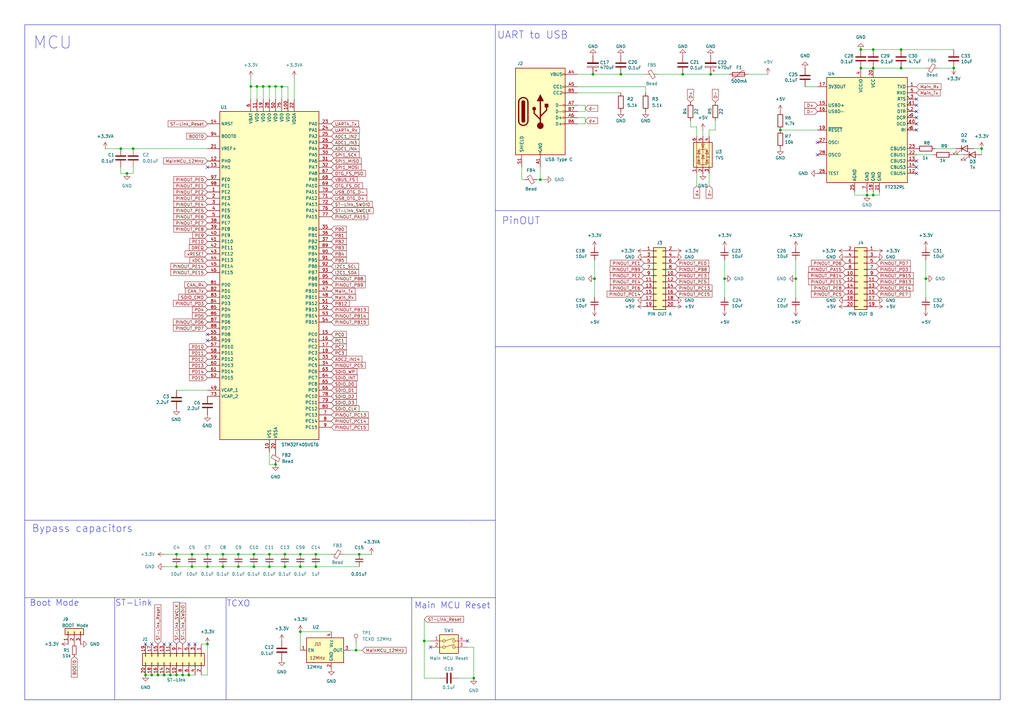
<source format=kicad_sch>
(kicad_sch (version 20250114) (generator "eeschema") (generator_version "9.0")
  (paper "A3")
  (title_block (title "MCU") (date "2025-09-16") (rev "2.0") (company "Robotics"))
  (text "UART to USB" (at 203.835 16.256 0) (effects (font (size 3 3)) (justify left bottom)))
  (text "Bypass capacitors" (at 33.782 216.916 0) (effects (font (size 3 3))))
  (text "TCXO" (at 97.79 247.65 0) (effects (font (size 2.54 2.54))))
  (text "MCU" (at 13.462 20.574 0) (effects (font (size 5 5)) (justify left bottom)))
  (text "Main MCU Reset" (at 169.926 249.936 0) (effects (font (size 2.54 2.54)) (justify left bottom)))
  (text "Boot Mode" (at 22.352 247.396 0) (effects (font (size 2.54 2.54))))
  (text "ST-Link" (at 54.864 247.396 0) (effects (font (size 2.54 2.54))))
  (text "PinOUT" (at 205.74 92.456 0) (effects (font (size 3 3)) (justify left bottom)))
  (junction (at 391.16 27.94))
  (junction (at 110.49 232.41))
  (junction (at 54.61 60.96))
  (junction (at 74.93 276.86))
  (junction (at 91.44 227.33))
  (junction (at 85.09 232.41))
  (junction (at 146.05 266.7))
  (junction (at 97.79 232.41))
  (junction (at 353.06 20.32))
  (junction (at 358.14 20.32))
  (junction (at 129.54 232.41))
  (junction (at 72.39 276.86))
  (junction (at 402.59 60.96))
  (junction (at 104.14 227.33))
  (junction (at 123.19 232.41))
  (junction (at 123.19 259.08))
  (junction (at 115.57 35.56))
  (junction (at 77.47 276.86))
  (junction (at 91.44 232.41))
  (junction (at 107.95 35.4583))
  (junction (at 291.465 30.48))
  (junction (at 116.84 227.33))
  (junction (at 129.54 227.33))
  (junction (at 78.74 232.41))
  (junction (at 62.23 276.86))
  (junction (at 297.18 114.3))
  (junction (at 97.79 227.33))
  (junction (at 123.19 227.33))
  (junction (at 221.615 73.66))
  (junction (at 113.03 35.4583))
  (junction (at 243.84 114.3))
  (junction (at 320.04 53.34))
  (junction (at 85.09 264.16))
  (junction (at 110.49 227.33))
  (junction (at 72.39 227.33))
  (junction (at 85.09 227.33))
  (junction (at 358.14 27.94))
  (junction (at 280.035 30.48))
  (junction (at 379.73 114.3))
  (junction (at 110.49 35.4583))
  (junction (at 353.06 27.94))
  (junction (at 59.69 276.86))
  (junction (at 52.07 71.12))
  (junction (at 173.99 262.89))
  (junction (at 49.53 60.96))
  (junction (at 69.85 276.86))
  (junction (at 243.205 30.48))
  (junction (at 78.74 227.33))
  (junction (at 194.31 278.13))
  (junction (at 254.635 30.48))
  (junction (at 104.14 232.41))
  (junction (at 67.31 276.86))
  (junction (at 72.39 232.41))
  (junction (at 116.84 232.41))
  (junction (at 102.87 35.4583))
  (junction (at 105.41 35.4583))
  (junction (at 369.57 20.32))
  (junction (at 369.57 27.94))
  (junction (at 358.14 80.01))
  (junction (at 147.32 227.33))
  (junction (at 355.6 80.01))
  (junction (at 326.39 114.3))
  (junction (at 113.03 190.5))
  (junction (at 64.77 276.86))
  (no_connect (at 375.92 50.8))
  (no_connect (at 375.92 43.18))
  (no_connect (at 85.09 68.58))
  (no_connect (at 375.92 48.26))
  (no_connect (at 375.92 40.64))
  (no_connect (at 85.09 137.16))
  (no_connect (at 59.69 264.16))
  (no_connect (at 375.92 45.72))
  (no_connect (at 335.28 58.42))
  (no_connect (at 191.77 262.89))
  (no_connect (at 375.92 53.34))
  (no_connect (at 67.31 264.16))
  (no_connect (at 77.47 264.16))
  (no_connect (at 176.53 265.43))
  (no_connect (at 62.23 264.16))
  (no_connect (at 375.92 66.04))
  (no_connect (at 85.09 139.7))
  (no_connect (at 335.28 63.5))
  (no_connect (at 69.85 264.16))
  (no_connect (at 375.92 71.12))
  (no_connect (at 375.92 68.58))
  (no_connect (at 80.01 264.16))
  (wire (pts (xy 115.57 35.56) (xy 118.11 35.56)))
  (wire (pts (xy 110.49 35.4583) (xy 113.03 35.4583)))
  (wire (pts (xy 67.31 232.41) (xy 72.39 232.41)))
  (wire (pts (xy 290.83 53.34) (xy 290.83 55.88)))
  (wire (pts (xy 358.14 80.01) (xy 360.68 80.01)))
  (wire (pts (xy 213.995 73.66) (xy 213.995 68.58)))
  (wire (pts (xy 113.03 35.4583) (xy 113.03 40.64)))
  (polyline (pts (xy 10.16 287.02) (xy 410.21 287.02)))
  (polyline (pts (xy 193.04 214.63) (xy 193.04 214.63)))
  (wire (pts (xy 72.39 227.33) (xy 78.74 227.33)))
  (wire (pts (xy 110.49 185.42) (xy 110.49 190.5)))
  (wire (pts (xy 353.06 27.94) (xy 358.14 27.94)))
  (wire (pts (xy 129.54 227.33) (xy 135.89 227.33)))
  (wire (pts (xy 116.84 232.41) (xy 123.19 232.41)))
  (wire (pts (xy 110.49 35.4583) (xy 110.49 40.64)))
  (wire (pts (xy 147.32 227.33) (xy 152.4 227.33)))
  (wire (pts (xy 187.96 278.13) (xy 194.31 278.13)))
  (wire (pts (xy 215.265 73.66) (xy 213.995 73.66)))
  (wire (pts (xy 54.61 60.96) (xy 85.09 60.96)))
  (wire (pts (xy 115.57 35.56) (xy 115.57 40.64)))
  (polyline (pts (xy 168.91 245.11) (xy 168.91 284.48)))
  (wire (pts (xy 107.95 35.4583) (xy 107.95 40.64)))
  (polyline (pts (xy 168.91 245.11) (xy 203.2 245.11)))
  (wire (pts (xy 236.855 43.18) (xy 240.03 43.18)))
  (wire (pts (xy 297.18 114.3) (xy 297.18 106.68)))
  (wire (pts (xy 64.77 276.86) (xy 67.31 276.86)))
  (wire (pts (xy 221.615 73.66) (xy 221.615 68.58)))
  (wire (pts (xy 85.09 264.16) (xy 85.09 276.86)))
  (wire (pts (xy 288.29 53.34) (xy 288.29 55.88)))
  (wire (pts (xy 382.905 63.5) (xy 375.92 63.5)))
  (wire (pts (xy 110.49 232.41) (xy 116.84 232.41)))
  (wire (pts (xy 62.23 276.86) (xy 64.77 276.86)))
  (wire (pts (xy 355.6 80.01) (xy 358.14 80.01)))
  (wire (pts (xy 240.03 45.72) (xy 236.855 45.72)))
  (wire (pts (xy 243.205 30.48) (xy 254.635 30.48)))
  (wire (pts (xy 107.95 35.4583) (xy 110.49 35.4583)))
  (wire (pts (xy 148.59 266.7) (xy 146.05 266.7)))
  (wire (pts (xy 369.57 20.32) (xy 391.16 20.32)))
  (wire (pts (xy 350.52 80.01) (xy 355.6 80.01)))
  (wire (pts (xy 116.84 227.33) (xy 123.19 227.33)))
  (wire (pts (xy 236.855 38.1) (xy 254.635 38.1)))
  (wire (pts (xy 78.74 232.41) (xy 85.09 232.41)))
  (wire (pts (xy 105.41 35.4583) (xy 107.95 35.4583)))
  (polyline (pts (xy 92.71 245.11) (xy 92.71 284.48)))
  (wire (pts (xy 379.73 114.3) (xy 379.73 106.68)))
  (wire (pts (xy 123.19 227.33) (xy 129.54 227.33)))
  (wire (pts (xy 285.75 55.88) (xy 285.75 52.07)))
  (wire (pts (xy 285.75 52.07) (xy 283.21 52.07)))
  (wire (pts (xy 146.05 264.16) (xy 146.05 266.7)))
  (wire (pts (xy 110.49 227.33) (xy 116.84 227.33)))
  (wire (pts (xy 358.14 27.94) (xy 369.57 27.94)))
  (wire (pts (xy 173.99 262.89) (xy 173.99 278.13)))
  (wire (pts (xy 72.39 232.41) (xy 78.74 232.41)))
  (wire (pts (xy 72.39 160.02) (xy 85.09 160.02)))
  (polyline (pts (xy 410.21 10.16) (xy 410.21 287.02)))
  (wire (pts (xy 240.03 48.26) (xy 240.03 50.8)))
  (wire (pts (xy 194.31 265.43) (xy 191.77 265.43)))
  (wire (pts (xy 97.79 232.41) (xy 104.14 232.41)))
  (wire (pts (xy 240.03 43.18) (xy 240.03 45.72)))
  (wire (pts (xy 85.09 227.33) (xy 91.44 227.33)))
  (wire (pts (xy 67.31 276.86) (xy 69.85 276.86)))
  (wire (pts (xy 283.21 52.07) (xy 283.21 49.53)))
  (wire (pts (xy 59.69 276.86) (xy 62.23 276.86)))
  (wire (pts (xy 358.14 78.74) (xy 358.14 80.01)))
  (wire (pts (xy 399.415 60.96) (xy 402.59 60.96)))
  (wire (pts (xy 67.31 227.33) (xy 72.39 227.33)))
  (wire (pts (xy 358.14 20.32) (xy 369.57 20.32)))
  (wire (pts (xy 243.84 114.3) (xy 243.84 121.92)))
  (polyline (pts (xy 203.2 10.16) (xy 203.2 245.11)))
  (wire (pts (xy 240.03 50.8) (xy 236.855 50.8)))
  (wire (pts (xy 330.2 35.56) (xy 335.28 35.56)))
  (wire (pts (xy 326.39 114.3) (xy 326.39 106.68)))
  (wire (pts (xy 353.06 20.32) (xy 358.14 20.32)))
  (wire (pts (xy 236.855 48.26) (xy 240.03 48.26)))
  (wire (pts (xy 350.52 78.74) (xy 350.52 80.01)))
  (polyline (pts (xy 203.2 142.24) (xy 410.21 142.24)))
  (wire (pts (xy 146.05 266.7) (xy 143.51 266.7)))
  (wire (pts (xy 254.635 30.48) (xy 264.795 30.48)))
  (wire (pts (xy 173.99 278.13) (xy 180.34 278.13)))
  (wire (pts (xy 102.87 35.4583) (xy 105.41 35.4583)))
  (wire (pts (xy 43.18 60.96) (xy 49.53 60.96)))
  (wire (pts (xy 123.19 259.08) (xy 135.89 259.08)))
  (wire (pts (xy 82.55 264.16) (xy 85.09 264.16)))
  (wire (pts (xy 194.31 265.43) (xy 194.31 278.13)))
  (wire (pts (xy 74.93 276.86) (xy 77.47 276.86)))
  (wire (pts (xy 69.85 276.86) (xy 72.39 276.86)))
  (wire (pts (xy 102.87 35.4583) (xy 102.87 40.64)))
  (polyline (pts (xy 92.71 284.48) (xy 92.71 287.02)))
  (wire (pts (xy 77.47 276.86) (xy 80.01 276.86)))
  (wire (pts (xy 97.79 227.33) (xy 104.14 227.33)))
  (wire (pts (xy 220.345 73.66) (xy 221.615 73.66)))
  (wire (pts (xy 123.19 266.7) (xy 123.19 259.08)))
  (wire (pts (xy 320.04 53.34) (xy 335.28 53.34)))
  (wire (pts (xy 52.07 71.12) (xy 49.53 71.12)))
  (polyline (pts (xy 10.16 10.16) (xy 10.16 287.02)))
  (wire (pts (xy 221.615 73.66) (xy 223.52 73.66)))
  (wire (pts (xy 118.11 35.56) (xy 118.11 40.64)))
  (wire (pts (xy 306.705 30.48) (xy 314.96 30.48)))
  (wire (pts (xy 390.525 63.5) (xy 394.97 63.5)))
  (wire (pts (xy 85.09 276.86) (xy 82.55 276.86)))
  (polyline (pts (xy 168.91 284.48) (xy 168.91 287.02)))
  (wire (pts (xy 129.54 232.41) (xy 147.32 232.41)))
  (wire (pts (xy 115.57 35.4583) (xy 115.57 35.56)))
  (wire (pts (xy 173.99 254) (xy 173.99 262.89)))
  (wire (pts (xy 269.875 30.48) (xy 280.035 30.48)))
  (wire (pts (xy 402.59 60.96) (xy 402.59 63.5)))
  (wire (pts (xy 383.54 60.96) (xy 391.795 60.96)))
  (wire (pts (xy 243.84 114.3) (xy 243.84 106.68)))
  (polyline (pts (xy 355.6 86.36) (xy 410.21 86.36)))
  (wire (pts (xy 290.83 71.12) (xy 290.83 76.2)))
  (wire (pts (xy 49.53 60.96) (xy 54.61 60.96)))
  (polyline (pts (xy 10.16 245.11) (xy 168.91 245.11)))
  (wire (pts (xy 285.75 71.12) (xy 285.75 76.2)))
  (wire (pts (xy 104.14 227.33) (xy 110.49 227.33)))
  (wire (pts (xy 113.03 35.4583) (xy 115.57 35.4583)))
  (wire (pts (xy 280.035 30.48) (xy 291.465 30.48)))
  (wire (pts (xy 78.74 227.33) (xy 85.09 227.33)))
  (wire (pts (xy 379.73 114.3) (xy 379.73 121.92)))
  (wire (pts (xy 123.19 232.41) (xy 129.54 232.41)))
  (wire (pts (xy 293.37 49.53) (xy 293.37 53.34)))
  (wire (pts (xy 297.18 114.3) (xy 297.18 121.92)))
  (wire (pts (xy 236.855 35.56) (xy 264.795 35.56)))
  (wire (pts (xy 110.49 190.5) (xy 113.03 190.5)))
  (wire (pts (xy 49.53 68.58) (xy 49.53 71.12)))
  (wire (pts (xy 54.61 68.58) (xy 54.61 71.12)))
  (wire (pts (xy 326.39 114.3) (xy 326.39 121.92)))
  (wire (pts (xy 54.61 71.12) (xy 52.07 71.12)))
  (polyline (pts (xy 46.99 284.48) (xy 46.99 245.11)))
  (wire (pts (xy 173.99 262.89) (xy 176.53 262.89)))
  (wire (pts (xy 104.14 232.41) (xy 110.49 232.41)))
  (polyline (pts (xy 10.16 213.36) (xy 203.2 213.36)))
  (wire (pts (xy 355.6 78.74) (xy 355.6 80.01)))
  (wire (pts (xy 72.39 276.86) (xy 74.93 276.86)))
  (polyline (pts (xy 46.99 284.48) (xy 46.99 287.02)))
  (wire (pts (xy 140.97 227.33) (xy 147.32 227.33)))
  (wire (pts (xy 264.795 35.56) (xy 264.795 38.1)))
  (wire (pts (xy 291.465 30.48) (xy 299.085 30.48)))
  (wire (pts (xy 360.68 80.01) (xy 360.68 78.74)))
  (polyline (pts (xy 10.16 10.16) (xy 410.21 10.16)))
  (wire (pts (xy 120.65 31.75) (xy 120.65 40.64)))
  (wire (pts (xy 105.41 35.4583) (xy 105.41 40.64)))
  (wire (pts (xy 85.09 232.41) (xy 91.44 232.41)))
  (wire (pts (xy 236.855 30.48) (xy 243.205 30.48)))
  (wire (pts (xy 91.44 227.33) (xy 97.79 227.33)))
  (wire (pts (xy 369.57 27.94) (xy 379.73 27.94)))
  (polyline (pts (xy 203.2 245.11) (xy 203.2 287.02)))
  (wire (pts (xy 91.44 232.41) (xy 97.79 232.41)))
  (wire (pts (xy 102.87 31.75) (xy 102.87 35.4583)))
  (polyline (pts (xy 203.2 86.36) (xy 355.6 86.36)))
  (wire (pts (xy 384.81 27.94) (xy 391.16 27.94)))
  (wire (pts (xy 293.37 53.34) (xy 290.83 53.34)))
  (global_label "OTG_FS_PSO" (shape input) (at 135.89 71.12 0) (property "Intersheetrefs" "${INTERSHEET_REFS}" (effects (hide yes))))
  (global_label "CAN_Rx" (shape input) (at 85.09 116.84 180) (property "Intersheetrefs" "${INTERSHEET_REFS}" (effects (hide yes))))
  (global_label "PC2" (shape input) (at 135.89 142.24 0) (effects (font (thickness 0.1588))) (property "Intersheetrefs" "${INTERSHEET_REFS}" (effects (hide yes))))
  (global_label "D+" (shape input) (at 335.28 43.18 180) (property "Intersheetrefs" "${INTERSHEET_REFS}" (effects (hide yes))))
  (global_label "ST-Link_SWCLK" (shape input) (at 135.89 86.36 0) (property "Intersheetrefs" "${INTERSHEET_REFS}" (effects (hide yes))))
  (global_label "PINOUT_PE2" (shape input) (at 85.09 78.74 180) (property "Intersheetrefs" "${INTERSHEET_REFS}" (effects (hide yes))))
  (global_label "SDIO_D1" (shape input) (at 135.89 160.02 0) (effects (font (thickness 0.1588))) (property "Intersheetrefs" "${INTERSHEET_REFS}" (effects (hide yes))))
  (global_label "VBUS_FS" (shape input) (at 135.89 73.66 0) (property "Intersheetrefs" "${INTERSHEET_REFS}" (effects (hide yes))))
  (global_label "PD11" (shape input) (at 85.09 144.78 180) (property "Intersheetrefs" "${INTERSHEET_REFS}" (effects (hide yes))))
  (global_label "SDIO_D0" (shape input) (at 135.89 157.48 0) (effects (font (thickness 0.1588))) (property "Intersheetrefs" "${INTERSHEET_REFS}" (effects (hide yes))))
  (global_label "PINOUT_PB9" (shape input) (at 135.89 116.84 0) (property "Intersheetrefs" "${INTERSHEET_REFS}" (effects (hide yes))))
  (global_label "PINOUT_PC14" (shape input) (at 264.16 120.65 180) (property "Intersheetrefs" "${INTERSHEET_REFS}" (effects (hide yes))))
  (global_label "PINOUT_PD6" (shape input) (at 85.09 132.08 180) (property "Intersheetrefs" "${INTERSHEET_REFS}" (effects (hide yes))))
  (global_label "PINOUT_PE4" (shape input) (at 85.09 83.82 180) (property "Intersheetrefs" "${INTERSHEET_REFS}" (effects (hide yes))))
  (global_label "PINOUT_PE15" (shape input) (at 346.71 115.57 180) (property "Intersheetrefs" "${INTERSHEET_REFS}" (effects (hide yes))))
  (global_label "PINOUT_PD3" (shape input) (at 85.09 124.46 180) (property "Intersheetrefs" "${INTERSHEET_REFS}" (effects (hide yes))))
  (global_label "SDIO_INT" (shape input) (at 135.89 154.94 0) (effects (font (thickness 0.1588))) (property "Intersheetrefs" "${INTERSHEET_REFS}" (effects (hide yes))))
  (global_label "SDIO_WP" (shape input) (at 135.89 152.4 0) (effects (font (thickness 0.1588))) (property "Intersheetrefs" "${INTERSHEET_REFS}" (effects (hide yes))))
  (global_label "BOOT0" (shape input) (at 85.09 55.88 180) (property "Intersheetrefs" "${INTERSHEET_REFS}" (effects (hide yes))))
  (global_label "USB_OTG_D-" (shape input) (at 135.89 78.74 0) (property "Intersheetrefs" "${INTERSHEET_REFS}" (effects (hide yes))))
  (global_label "PINOUT_PE5" (shape input) (at 85.09 86.36 180) (property "Intersheetrefs" "${INTERSHEET_REFS}" (effects (hide yes))))
  (global_label "SDIO_CMD" (shape input) (at 85.09 121.92 180) (effects (font (thickness 0.1588))) (property "Intersheetrefs" "${INTERSHEET_REFS}" (effects (hide yes))))
  (global_label "I2C1_SCL" (shape input) (at 135.89 109.22 0) (property "Intersheetrefs" "${INTERSHEET_REFS}" (effects (hide yes))))
  (global_label "PINOUT_PD6" (shape input) (at 346.71 107.95 180) (property "Intersheetrefs" "${INTERSHEET_REFS}" (effects (hide yes))))
  (global_label "ST-Link_SWCLK" (shape input) (at 72.39 264.16 90) (property "Intersheetrefs" "${INTERSHEET_REFS}" (effects (hide yes))))
  (global_label "PB0" (shape input) (at 135.89 93.98 0) (property "Intersheetrefs" "${INTERSHEET_REFS}" (effects (hide yes))))
  (global_label "PB5" (shape input) (at 135.89 106.68 0) (property "Intersheetrefs" "${INTERSHEET_REFS}" (effects (hide yes))))
  (global_label "PINOUT_PE7" (shape input) (at 359.41 120.65 0) (property "Intersheetrefs" "${INTERSHEET_REFS}" (effects (hide yes))))
  (global_label "PINOUT_PB8" (shape input) (at 276.86 110.49 0) (property "Intersheetrefs" "${INTERSHEET_REFS}" (effects (hide yes))))
  (global_label "PD5" (shape input) (at 85.09 129.54 180) (property "Intersheetrefs" "${INTERSHEET_REFS}" (effects (hide yes))))
  (global_label "D+" (shape input) (at 283.21 41.91 90) (property "Intersheetrefs" "${INTERSHEET_REFS}" (effects (hide yes))))
  (global_label "PINOUT_PE7" (shape input) (at 85.09 91.44 180) (property "Intersheetrefs" "${INTERSHEET_REFS}" (effects (hide yes))))
  (global_label "PINOUT_PE3" (shape input) (at 276.86 113.03 0) (property "Intersheetrefs" "${INTERSHEET_REFS}" (effects (hide yes))))
  (global_label "DREQ" (shape input) (at 85.09 101.6 180) (property "Intersheetrefs" "${INTERSHEET_REFS}" (effects (hide yes))))
  (global_label "MainMCU_12MHz" (shape input) (at 148.59 266.7 0) (property "Intersheetrefs" "${INTERSHEET_REFS}" (effects (hide yes))))
  (global_label "PINOUT_PC15" (shape input) (at 135.89 175.26 0) (property "Intersheetrefs" "${INTERSHEET_REFS}" (effects (hide yes))))
  (global_label "ST-Link_SWDIO" (shape input) (at 135.89 83.82 0) (property "Intersheetrefs" "${INTERSHEET_REFS}" (effects (hide yes))))
  (global_label "Main_Tx" (shape input) (at 135.89 119.38 0) (property "Intersheetrefs" "${INTERSHEET_REFS}" (effects (hide yes))))
  (global_label "PD14" (shape input) (at 85.09 152.4 180) (property "Intersheetrefs" "${INTERSHEET_REFS}" (effects (hide yes))))
  (global_label "PINOUT_PB14" (shape input) (at 135.89 129.54 0) (property "Intersheetrefs" "${INTERSHEET_REFS}" (effects (hide yes))))
  (global_label "PD15" (shape input) (at 85.09 154.94 180) (property "Intersheetrefs" "${INTERSHEET_REFS}" (effects (hide yes))))
  (global_label "SDIO_D2" (shape input) (at 135.89 162.56 0) (effects (font (thickness 0.1588))) (property "Intersheetrefs" "${INTERSHEET_REFS}" (effects (hide yes))))
  (global_label "D-" (shape input) (at 335.28 45.72 180) (property "Intersheetrefs" "${INTERSHEET_REFS}" (effects (hide yes))))
  (global_label "PD13" (shape input) (at 85.09 149.86 180) (property "Intersheetrefs" "${INTERSHEET_REFS}" (effects (hide yes))))
  (global_label "PINOUT_PA15" (shape input) (at 346.71 110.49 180) (property "Intersheetrefs" "${INTERSHEET_REFS}" (effects (hide yes))))
  (global_label "SPI1_SCK" (shape input) (at 135.89 63.5 0) (property "Intersheetrefs" "${INTERSHEET_REFS}" (effects (hide yes))))
  (global_label "Main_Rx" (shape input) (at 135.89 121.92 0) (property "Intersheetrefs" "${INTERSHEET_REFS}" (effects (hide yes))))
  (global_label "PB1" (shape input) (at 135.89 96.52 0) (property "Intersheetrefs" "${INTERSHEET_REFS}" (effects (hide yes))))
  (global_label "PINOUT_PE1" (shape input) (at 264.16 107.95 180) (property "Intersheetrefs" "${INTERSHEET_REFS}" (effects (hide yes))))
  (global_label "SDIO_CLK" (shape input) (at 135.89 167.64 0) (effects (font (thickness 0.1588))) (property "Intersheetrefs" "${INTERSHEET_REFS}" (effects (hide yes))))
  (global_label "PINOUT_PD3" (shape input) (at 359.41 110.49 0) (property "Intersheetrefs" "${INTERSHEET_REFS}" (effects (hide yes))))
  (global_label "PD4" (shape input) (at 85.09 127 180) (property "Intersheetrefs" "${INTERSHEET_REFS}" (effects (hide yes))))
  (global_label "ADC1_IN3" (shape input) (at 135.89 58.42 0) (property "Intersheetrefs" "${INTERSHEET_REFS}" (effects (hide yes))))
  (global_label "ADC1_IN2" (shape input) (at 135.89 55.88 0) (property "Intersheetrefs" "${INTERSHEET_REFS}" (effects (hide yes))))
  (global_label "USB_OTG_D+" (shape input) (at 135.89 81.28 0) (property "Intersheetrefs" "${INTERSHEET_REFS}" (effects (hide yes))))
  (global_label "PD10" (shape input) (at 85.09 142.24 180) (property "Intersheetrefs" "${INTERSHEET_REFS}" (effects (hide yes))))
  (global_label "PINOUT_PC13" (shape input) (at 276.86 118.11 0) (property "Intersheetrefs" "${INTERSHEET_REFS}" (effects (hide yes))))
  (global_label "PINOUT_PE8" (shape input) (at 85.09 93.98 180) (property "Intersheetrefs" "${INTERSHEET_REFS}" (effects (hide yes))))
  (global_label "PINOUT_PC5" (shape input) (at 346.71 120.65 180) (property "Intersheetrefs" "${INTERSHEET_REFS}" (effects (hide yes))))
  (global_label "PINOUT_PE1" (shape input) (at 85.09 76.2 180) (property "Intersheetrefs" "${INTERSHEET_REFS}" (effects (hide yes))))
  (global_label "PINOUT_PE8" (shape input) (at 346.71 118.11 180) (property "Intersheetrefs" "${INTERSHEET_REFS}" (effects (hide yes))))
  (global_label "SPI1_MISO" (shape input) (at 135.89 66.04 0) (property "Intersheetrefs" "${INTERSHEET_REFS}" (effects (hide yes))))
  (global_label "PINOUT_PB15" (shape input) (at 359.41 113.03 0) (property "Intersheetrefs" "${INTERSHEET_REFS}" (effects (hide yes))))
  (global_label "ADC1_IN4" (shape input) (at 135.89 60.96 0) (property "Intersheetrefs" "${INTERSHEET_REFS}" (effects (hide yes))))
  (global_label "PINOUT_PC13" (shape input) (at 135.89 170.18 0) (property "Intersheetrefs" "${INTERSHEET_REFS}" (effects (hide yes))))
  (global_label "PINOUT_PB13" (shape input) (at 359.41 115.57 0) (property "Intersheetrefs" "${INTERSHEET_REFS}" (effects (hide yes))))
  (global_label "PINOUT_PE15" (shape input) (at 85.09 111.76 180) (property "Intersheetrefs" "${INTERSHEET_REFS}" (effects (hide yes))))
  (global_label "PINOUT_PE6" (shape input) (at 85.09 88.9 180) (property "Intersheetrefs" "${INTERSHEET_REFS}" (effects (hide yes))))
  (global_label "PB3" (shape input) (at 135.89 101.6 0) (property "Intersheetrefs" "${INTERSHEET_REFS}" (effects (hide yes))))
  (global_label "PINOUT_PB14" (shape input) (at 346.71 113.03 180) (property "Intersheetrefs" "${INTERSHEET_REFS}" (effects (hide yes))))
  (global_label "PC0" (shape input) (at 135.89 137.16 0) (effects (font (thickness 0.1588))) (property "Intersheetrefs" "${INTERSHEET_REFS}" (effects (hide yes))))
  (global_label "PINOUT_PE14" (shape input) (at 85.09 109.22 180) (property "Intersheetrefs" "${INTERSHEET_REFS}" (effects (hide yes))))
  (global_label "UART4_Tx" (shape input) (at 135.89 50.8 0) (property "Intersheetrefs" "${INTERSHEET_REFS}" (effects (hide yes))))
  (global_label "PINOUT_PA15" (shape input) (at 135.89 88.9 0) (property "Intersheetrefs" "${INTERSHEET_REFS}" (effects (hide yes))))
  (global_label "PINOUT_PB9" (shape input) (at 264.16 110.49 180) (property "Intersheetrefs" "${INTERSHEET_REFS}" (effects (hide yes))))
  (global_label "SPI1_MOSI" (shape input) (at 135.89 68.58 0) (property "Intersheetrefs" "${INTERSHEET_REFS}" (effects (hide yes))))
  (global_label "SDIO_D3" (shape input) (at 135.89 165.1 0) (effects (font (thickness 0.1588))) (property "Intersheetrefs" "${INTERSHEET_REFS}" (effects (hide yes))))
  (global_label "d+" (shape input) (at 285.75 76.2 270) (property "Intersheetrefs" "${INTERSHEET_REFS}" (effects (hide yes))))
  (global_label "d-" (shape input) (at 240.03 44.45 0) (property "Intersheetrefs" "${INTERSHEET_REFS}" (effects (hide yes))))
  (global_label "PINOUT_PD7" (shape input) (at 85.09 134.62 180) (property "Intersheetrefs" "${INTERSHEET_REFS}" (effects (hide yes))))
  (global_label "ST-Link_Reset" (shape input) (at 173.99 254 0) (property "Intersheetrefs" "${INTERSHEET_REFS}" (effects (hide yes))))
  (global_label "PINOUT_PB8" (shape input) (at 135.89 114.3 0) (property "Intersheetrefs" "${INTERSHEET_REFS}" (effects (hide yes))))
  (global_label "PINOUT_PE3" (shape input) (at 85.09 81.28 180) (property "Intersheetrefs" "${INTERSHEET_REFS}" (effects (hide yes))))
  (global_label "I2C1_SDA" (shape input) (at 135.89 111.76 0) (property "Intersheetrefs" "${INTERSHEET_REFS}" (effects (hide yes))))
  (global_label "ST-Link_Reset" (shape input) (at 85.09 50.8 180) (property "Intersheetrefs" "${INTERSHEET_REFS}" (effects (hide yes))))
  (global_label "PINOUT_PE0" (shape input) (at 276.86 107.95 0) (property "Intersheetrefs" "${INTERSHEET_REFS}" (effects (hide yes))))
  (global_label "PINOUT_PB13" (shape input) (at 135.89 127 0) (property "Intersheetrefs" "${INTERSHEET_REFS}" (effects (hide yes))))
  (global_label "BOOT0" (shape input) (at 30.48 269.24 270) (property "Intersheetrefs" "${INTERSHEET_REFS}" (effects (hide yes))))
  (global_label "Main_Rx" (shape input) (at 375.92 35.56 0) (property "Intersheetrefs" "${INTERSHEET_REFS}" (effects (hide yes))))
  (global_label "PE9" (shape input) (at 85.09 96.52 180) (property "Intersheetrefs" "${INTERSHEET_REFS}" (effects (hide yes))))
  (global_label "PINOUT_PE6" (shape input) (at 264.16 118.11 180) (property "Intersheetrefs" "${INTERSHEET_REFS}" (effects (hide yes))))
  (global_label "PINOUT_PC5" (shape input) (at 135.89 149.86 0) (property "Intersheetrefs" "${INTERSHEET_REFS}" (effects (hide yes))))
  (global_label "MainMCU_12MHz" (shape input) (at 85.09 66.04 180) (property "Intersheetrefs" "${INTERSHEET_REFS}" (effects (hide yes))))
  (global_label "UART4_Rx" (shape input) (at 135.89 53.34 0) (property "Intersheetrefs" "${INTERSHEET_REFS}" (effects (hide yes))))
  (global_label "d-" (shape input) (at 290.83 76.2 270) (property "Intersheetrefs" "${INTERSHEET_REFS}" (effects (hide yes))))
  (global_label "PINOUT_PE0" (shape input) (at 85.09 73.66 180) (property "Intersheetrefs" "${INTERSHEET_REFS}" (effects (hide yes))))
  (global_label "PB4" (shape input) (at 135.89 104.14 0) (property "Intersheetrefs" "${INTERSHEET_REFS}" (effects (hide yes))))
  (global_label "PINOUT_PE14" (shape input) (at 359.41 118.11 0) (property "Intersheetrefs" "${INTERSHEET_REFS}" (effects (hide yes))))
  (global_label "PINOUT_PB15" (shape input) (at 135.89 132.08 0) (property "Intersheetrefs" "${INTERSHEET_REFS}" (effects (hide yes))))
  (global_label "PC1" (shape input) (at 135.89 139.7 0) (effects (font (thickness 0.1588))) (property "Intersheetrefs" "${INTERSHEET_REFS}" (effects (hide yes))))
  (global_label "D-" (shape input) (at 293.37 41.91 90) (property "Intersheetrefs" "${INTERSHEET_REFS}" (effects (hide yes))))
  (global_label "Main_Tx" (shape input) (at 375.92 38.1 0) (property "Intersheetrefs" "${INTERSHEET_REFS}" (effects (hide yes))))
  (global_label "PE10" (shape input) (at 85.09 99.06 180) (property "Intersheetrefs" "${INTERSHEET_REFS}" (effects (hide yes))))
  (global_label "ST-Link_SWDIO" (shape input) (at 74.93 264.16 90) (property "Intersheetrefs" "${INTERSHEET_REFS}" (effects (hide yes))))
  (global_label "PB12" (shape input) (at 135.89 124.46 0) (property "Intersheetrefs" "${INTERSHEET_REFS}" (effects (hide yes))))
  (global_label "OTG_FS_OC" (shape input) (at 135.89 76.2 0) (property "Intersheetrefs" "${INTERSHEET_REFS}" (effects (hide yes))))
  (global_label "PINOUT_PD7" (shape input) (at 359.41 107.95 0) (property "Intersheetrefs" "${INTERSHEET_REFS}" (effects (hide yes))))
  (global_label "PINOUT_PC15" (shape input) (at 276.86 120.65 0) (property "Intersheetrefs" "${INTERSHEET_REFS}" (effects (hide yes))))
  (global_label "PINOUT_PE4" (shape input) (at 264.16 115.57 180) (property "Intersheetrefs" "${INTERSHEET_REFS}" (effects (hide yes))))
  (global_label "PC3" (shape input) (at 135.89 144.78 0) (effects (font (thickness 0.1588))) (property "Intersheetrefs" "${INTERSHEET_REFS}" (effects (hide yes))))
  (global_label "xRESET" (shape input) (at 85.09 104.14 180) (property "Intersheetrefs" "${INTERSHEET_REFS}" (effects (hide yes))))
  (global_label "xDCS" (shape input) (at 85.09 106.68 180) (property "Intersheetrefs" "${INTERSHEET_REFS}" (effects (hide yes))))
  (global_label "CAN_Tx" (shape input) (at 85.09 119.38 180) (property "Intersheetrefs" "${INTERSHEET_REFS}" (effects (hide yes))))
  (global_label "d+" (shape input) (at 240.03 49.53 0) (property "Intersheetrefs" "${INTERSHEET_REFS}" (effects (hide yes))))
  (global_label "PINOUT_PE2" (shape input) (at 264.16 113.03 180) (property "Intersheetrefs" "${INTERSHEET_REFS}" (effects (hide yes))))
  (global_label "PD12" (shape input) (at 85.09 147.32 180) (property "Intersheetrefs" "${INTERSHEET_REFS}" (effects (hide yes))))
  (global_label "PINOUT_PE5" (shape input) (at 276.86 115.57 0) (property "Intersheetrefs" "${INTERSHEET_REFS}" (effects (hide yes))))
  (global_label "ST-Link_Reset" (shape input) (at 64.77 264.16 90) (property "Intersheetrefs" "${INTERSHEET_REFS}" (effects (hide yes))))
  (global_label "PB2" (shape input) (at 135.89 99.06 0) (property "Intersheetrefs" "${INTERSHEET_REFS}" (effects (hide yes))))
  (global_label "PINOUT_PC14" (shape input) (at 135.89 172.72 0) (property "Intersheetrefs" "${INTERSHEET_REFS}" (effects (hide yes))))
  (global_label "ADC2_IN14" (shape input) (at 135.89 147.32 0) (property "Intersheetrefs" "${INTERSHEET_REFS}" (effects (hide yes))))
  (symbol (lib_id "STM32F4개발보드-rescue:GND-nixie-cache") (at 85.09 170.18 0) (mirror y) (unit 1)
    (property "Reference" "#PWR09" (effects (hide yes)))
    (property "Value" "GND" (at 84.963 174.5742 0))
  )
  (symbol (lib_id "power:GND") (at 297.18 114.3 90) (mirror x) (unit 1)
    (property "Reference" "#PWR041" (effects (hide yes)))
    (property "Value" "GND" (at 300.99 114.2999 90) (effects (justify right)))
    (property "Description" "Power symbol creates a global label with name \"GND\" , ground" (effects (hide yes)))
  )
  (symbol (lib_id "Device:C_Small") (at 326.39 124.46 180) (unit 1)
    (property "Reference" "C27" (at 320.548 123.19 0))
    (property "Value" "10uF" (at 321.056 125.476 0))
    (property "Footprint" "Capacitor_SMD:C_1206_3216Metric" (effects (hide yes)))
    (property "Description" "Unpolarized capacitor, small symbol" (effects (hide yes)))
  )
  (symbol (lib_id "power:+3.3V") (at 85.09 264.16 0) (unit 1)
    (property "Reference" "#PWR010" (effects (hide yes)))
    (property "Value" "+3.3V" (at 85.09 259.08 0))
    (property "Description" "Power symbol creates a global label with name \"+3.3V\"" (effects (hide yes)))
  )
  (symbol (lib_id "Device:C") (at 184.15 278.13 90) (unit 1)
    (property "Reference" "C16" (at 184.15 274.32 90))
    (property "Value" "0.1uF" (at 184.15 281.94 90))
    (property "Footprint" "Capacitor_SMD:C_0805_2012Metric" (effects (hide yes)))
  )
  (symbol (lib_id "power:+3.3V") (at 243.84 101.6 0) (unit 1)
    (property "Reference" "#PWR022" (effects (hide yes)))
    (property "Value" "+3.3V" (at 243.84 96.52 0))
    (property "Description" "Power symbol creates a global label with name \"+3.3V\"" (effects (hide yes)))
  )
  (symbol (lib_id "Device:C_Small") (at 104.14 229.87 180) (unit 1)
    (property "Reference" "C10" (at 104.14 224.536 0))
    (property "Value" "0.1uF" (at 104.14 235.458 0))
    (property "Footprint" "Capacitor_SMD:C_0805_2012Metric" (effects (hide yes)))
    (property "Description" "Unpolarized capacitor, small symbol" (effects (hide yes)))
  )
  (symbol (lib_id "power:+5V") (at 346.71 125.73 90) (unit 1)
    (property "Reference" "#PWR055" (effects (hide yes)))
    (property "Value" "+5V" (at 342.9 125.7299 90) (effects (justify left)))
    (property "Description" "Power symbol creates a global label with name \"+5V\"" (effects (hide yes)))
  )
  (symbol (lib_id "Device:C_Small") (at 326.39 104.14 180) (unit 1)
    (property "Reference" "C26" (at 320.548 102.87 0))
    (property "Value" "10uF" (at 321.056 105.156 0))
    (property "Footprint" "Capacitor_SMD:C_1206_3216Metric" (effects (hide yes)))
    (property "Description" "Unpolarized capacitor, small symbol" (effects (hide yes)))
  )
  (symbol (lib_id "Device:R") (at 283.21 45.72 180) (unit 1)
    (property "Reference" "R4" (at 280.9875 44.2595 90) (effects (justify left)))
    (property "Value" "22" (at 285.5595 44.3865 90) (effects (justify left)))
    (property "Footprint" "Resistor_SMD:R_0805_2012Metric" (effects (hide yes)))
  )
  (symbol (lib_id "Device:C") (at 280.035 26.67 180) (unit 1)
    (property "Reference" "C21" (at 282.956 25.5016 0) (effects (justify right)))
    (property "Value" "0.1uF" (at 282.956 27.813 0) (effects (justify right)))
    (property "Footprint" "Capacitor_SMD:C_0805_2012Metric" (effects (hide yes)))
  )
  (symbol (lib_id "power:+3.3V") (at 276.86 102.87 270) (unit 1)
    (property "Reference" "#PWR033" (effects (hide yes)))
    (property "Value" "+3.3V" (at 280.67 102.8699 90) (effects (justify left)))
    (property "Description" "Power symbol creates a global label with name \"+3.3V\"" (effects (hide yes)))
  )
  (symbol (lib_id "Device:C_Polarized") (at 291.465 26.67 180) (unit 1)
    (property "Reference" "C22" (at 294.259 25.654 0) (effects (justify right)))
    (property "Value" "470uF" (at 294.259 27.686 0) (effects (justify right)))
    (property "Footprint" "PCB:MVG25WV470M" (effects (hide yes)))
    (property "Description" "Polarized capacitor" (effects (hide yes)))
  )
  (symbol (lib_id "power:GND") (at 264.795 45.72 0) (unit 1)
    (property "Reference" "#PWR027" (effects (hide yes)))
    (property "Value" "GND" (at 264.795 49.53 0))
  )
  (symbol (lib_id "power:GND") (at 346.71 123.19 270) (unit 1)
    (property "Reference" "#PWR054" (effects (hide yes)))
    (property "Value" "GND" (at 342.9 123.1899 90) (effects (justify right)))
    (property "Description" "Power symbol creates a global label with name \"GND\" , ground" (effects (hide yes)))
  )
  (symbol (lib_id "power:+3.3VA") (at 43.18 60.96 0) (unit 1)
    (property "Reference" "#PWR0175" (effects (hide yes)))
    (property "Value" "+3.3VA" (at 43.18 55.88 0))
    (property "Description" "Power symbol creates a global label with name \"+3.3VA\"" (effects (hide yes)))
  )
  (symbol (lib_id "power:GND") (at 113.03 190.5 0) (unit 1)
    (property "Reference" "#PWR012" (effects (hide yes)))
    (property "Value" "GND" (at 113.03 195.58 0))
    (property "Description" "Power symbol creates a global label with name \"GND\" , ground" (effects (hide yes)))
  )
  (symbol (lib_id "Device:C_Small") (at 147.32 229.87 180) (unit 1)
    (property "Reference" "C15" (at 147.32 224.536 0))
    (property "Value" "0.01uF" (at 147.32 235.458 0))
    (property "Footprint" "Capacitor_SMD:C_0805_2012Metric" (effects (hide yes)))
    (property "Description" "Unpolarized capacitor, small symbol" (effects (hide yes)))
  )
  (symbol (lib_id "Device:C_Small") (at 78.74 229.87 180) (unit 1)
    (property "Reference" "C5" (at 78.74 224.536 0))
    (property "Value" "10uF" (at 78.74 235.458 0))
    (property "Footprint" "Capacitor_SMD:C_1206_3216Metric" (effects (hide yes)))
    (property "Description" "Unpolarized capacitor, small symbol" (effects (hide yes)))
  )
  (symbol (lib_id "Device:FerriteBead_Small") (at 382.27 27.94 90) (unit 1)
    (property "Reference" "FB6" (at 382.27 24.892 90))
    (property "Value" "Bead" (at 382.27 30.734 90))
    (property "Footprint" "Inductor_SMD:L_0805_2012Metric" (effects (hide yes)))
    (property "Description" "Ferrite bead, small symbol" (effects (hide yes)))
  )
  (symbol (lib_id "power:GND") (at 59.69 276.86 0) (unit 1)
    (property "Reference" "#PWR05" (effects (hide yes)))
    (property "Value" "GND" (at 59.69 281.94 0))
    (property "Description" "Power symbol creates a global label with name \"GND\" , ground" (effects (hide yes)))
  )
  (symbol (lib_id "power:+5V") (at 276.86 125.73 270) (unit 1)
    (property "Reference" "#PWR036" (effects (hide yes)))
    (property "Value" "+5V" (at 280.67 125.7299 90) (effects (justify left)))
    (property "Description" "Power symbol creates a global label with name \"+5V\"" (effects (hide yes)))
  )
  (symbol (lib_id "power:GND") (at 135.89 274.32 0) (unit 1)
    (property "Reference" "#PWR017" (effects (hide yes)))
    (property "Value" "GND" (at 135.89 279.4 0))
    (property "Description" "Power symbol creates a global label with name \"GND\" , ground" (effects (hide yes)))
  )
  (symbol (lib_id "Device:C_Small") (at 85.09 229.87 180) (unit 1)
    (property "Reference" "C7" (at 85.09 224.536 0))
    (property "Value" "0.1uF" (at 85.09 235.458 0))
    (property "Footprint" "Capacitor_SMD:C_0805_2012Metric" (effects (hide yes)))
    (property "Description" "Unpolarized capacitor, small symbol" (effects (hide yes)))
  )
  (symbol (lib_id "power:+3.3VA") (at 120.65 31.75 0) (unit 1)
    (property "Reference" "#PWR015" (effects (hide yes)))
    (property "Value" "+3.3VA" (at 120.65 26.67 0))
    (property "Description" "Power symbol creates a global label with name \"+3.3VA\"" (effects (hide yes)))
  )
  (symbol (lib_id "Device:FerriteBead_Small") (at 267.335 30.48 90) (mirror x) (unit 1)
    (property "Reference" "FB5" (at 267.335 26.67 90))
    (property "Value" "Bead" (at 267.335 34.29 90))
    (property "Footprint" "Inductor_SMD:L_0805_2012Metric" (effects (hide yes)))
  )
  (symbol (lib_id "Device:R") (at 254.635 41.91 0) (unit 1)
    (property "Reference" "R2" (at 257.175 40.64 0) (effects (justify left)))
    (property "Value" "5.1k" (at 257.175 43.18 0) (effects (justify left)))
    (property "Footprint" "Resistor_SMD:R_0805_2012Metric" (effects (hide yes)))
  )
  (symbol (lib_id "power:+5V") (at 264.16 125.73 90) (unit 1)
    (property "Reference" "#PWR031" (effects (hide yes)))
    (property "Value" "+5V" (at 260.35 125.7299 90) (effects (justify left)))
    (property "Description" "Power symbol creates a global label with name \"+5V\"" (effects (hide yes)))
  )
  (symbol (lib_id "Device:C") (at 358.14 24.13 180) (unit 1)
    (property "Reference" "C29" (at 361.061 22.9616 0) (effects (justify right)))
    (property "Value" "0.1uF" (at 361.061 25.273 0) (effects (justify right)))
    (property "Footprint" "Capacitor_SMD:C_0805_2012Metric" (effects (hide yes)))
  )
  (symbol (lib_id "power:GND") (at 276.86 123.19 90) (unit 1)
    (property "Reference" "#PWR035" (effects (hide yes)))
    (property "Value" "GND" (at 280.67 123.1899 90) (effects (justify right)))
    (property "Description" "Power symbol creates a global label with name \"GND\" , ground" (effects (hide yes)))
  )
  (symbol (lib_id "Device:C_Polarized") (at 243.205 26.67 180) (unit 1)
    (property "Reference" "C17" (at 245.999 25.654 0) (effects (justify right)))
    (property "Value" "470uF" (at 245.999 27.686 0) (effects (justify right)))
    (property "Footprint" "PCB:MVG25WV470M" (effects (hide yes)))
    (property "Description" "Polarized capacitor" (effects (hide yes)))
  )
  (symbol (lib_id "Device:FerriteBead_Small") (at 138.43 227.33 90) (unit 1)
    (property "Reference" "FB3" (at 138.43 223.774 90))
    (property "Value" "Bead" (at 138.43 230.632 90))
    (property "Footprint" "Inductor_SMD:L_0805_2012Metric" (effects (hide yes)))
    (property "Description" "Ferrite bead, small symbol" (effects (hide yes)))
  )
  (symbol (lib_id "power:GND") (at 67.31 232.41 270) (unit 1)
    (property "Reference" "#PWR07" (effects (hide yes)))
    (property "Value" "GND" (at 63.5 232.4099 90) (effects (justify right)))
    (property "Description" "Power symbol creates a global label with name \"GND\" , ground" (effects (hide yes)))
  )
  (symbol (lib_id "Device:C_Small") (at 243.84 124.46 180) (unit 1)
    (property "Reference" "C19" (at 237.998 123.19 0))
    (property "Value" "10uF" (at 238.506 125.476 0))
    (property "Footprint" "Capacitor_SMD:C_1206_3216Metric" (effects (hide yes)))
    (property "Description" "Unpolarized capacitor, small symbol" (effects (hide yes)))
  )
  (symbol (lib_id "Device:C") (at 115.57 266.7 0) (mirror y) (unit 1)
    (property "Reference" "C12" (at 112.395 265.4299 0) (effects (justify left)))
    (property "Value" "0.1uF" (at 112.395 267.9699 0) (effects (justify left)))
    (property "Footprint" "Capacitor_SMD:C_0805_2012Metric" (effects (hide yes)))
  )
  (symbol (lib_id "power:+3.3V") (at 102.87 31.75 0) (unit 1)
    (property "Reference" "#PWR011" (effects (hide yes)))
    (property "Value" "+3.3V" (at 102.87 26.67 0))
    (property "Description" "Power symbol creates a global label with name \"+3.3V\"" (effects (hide yes)))
  )
  (symbol (lib_id "power:+3.3VA") (at 152.4 227.33 0) (unit 1)
    (property "Reference" "#PWR018" (effects (hide yes)))
    (property "Value" "+3.3VA" (at 152.4 222.25 0))
    (property "Description" "Power symbol creates a global label with name \"+3.3VA\"" (effects (hide yes)))
  )
  (symbol (lib_id "Device:C_Small") (at 297.18 124.46 0) (mirror x) (unit 1)
    (property "Reference" "C24" (at 302.26 123.19 0))
    (property "Value" "10uF" (at 302.514 125.476 0))
    (property "Footprint" "Capacitor_SMD:C_1206_3216Metric" (effects (hide yes)))
    (property "Description" "Unpolarized capacitor, small symbol" (effects (hide yes)))
  )
  (symbol (lib_id "power:GND") (at 264.16 123.19 270) (unit 1)
    (property "Reference" "#PWR030" (effects (hide yes)))
    (property "Value" "GND" (at 260.35 123.1899 90) (effects (justify right)))
    (property "Description" "Power symbol creates a global label with name \"GND\" , ground" (effects (hide yes)))
  )
  (symbol (lib_id "power:+3.3V") (at 27.94 264.16 90) (unit 1)
    (property "Reference" "#PWR01" (effects (hide yes)))
    (property "Value" "+3.3V" (at 24.13 264.1601 90) (effects (justify left)))
    (property "Description" "Power symbol creates a global label with name \"+3.3V\"" (effects (hide yes)))
  )
  (symbol (lib_id "power:+5V") (at 326.39 127 180) (unit 1)
    (property "Reference" "#PWR049" (effects (hide yes)))
    (property "Value" "+5V" (at 326.39 132.08 0))
    (property "Description" "Power symbol creates a global label with name \"+5V\"" (effects (hide yes)))
  )
  (symbol (lib_id "Device:C_Small") (at 297.18 104.14 0) (mirror x) (unit 1)
    (property "Reference" "C23" (at 302.006 102.87 0))
    (property "Value" "10uF" (at 302.514 105.156 0))
    (property "Footprint" "Capacitor_SMD:C_1206_3216Metric" (effects (hide yes)))
    (property "Description" "Unpolarized capacitor, small symbol" (effects (hide yes)))
  )
  (symbol (lib_id "Device:C_Small") (at 116.84 229.87 180) (unit 1)
    (property "Reference" "C13" (at 116.84 224.536 0))
    (property "Value" "0.1uF" (at 116.84 235.458 0))
    (property "Footprint" "Capacitor_SMD:C_0805_2012Metric" (effects (hide yes)))
    (property "Description" "Unpolarized capacitor, small symbol" (effects (hide yes)))
  )
  (symbol (lib_id "Device:C") (at 49.53 64.77 0) (mirror x) (unit 1)
    (property "Reference" "C1" (at 46.99 63.5 0) (effects (justify right)))
    (property "Value" "0.1uF" (at 46.99 66.04 0) (effects (justify right)))
    (property "Footprint" "Capacitor_SMD:C_0805_2012Metric" (effects (hide yes)))
    (property "Description" "Unpolarized capacitor" (effects (hide yes)))
  )
  (symbol (lib_id "Connector:TestPoint") (at 146.05 264.16 0) (unit 1)
    (property "Reference" "TP1" (at 148.59 259.5879 0) (effects (justify left)))
    (property "Value" "TCXO 12MHz" (at 148.59 262.1279 0) (effects (justify left)))
    (property "Footprint" "TestPoint:TestPoint_Pad_D1.5mm" (effects (hide yes)))
    (property "Description" "test point" (effects (hide yes)))
  )
  (symbol (lib_id "STM32F4개발보드-rescue:GND-nixie-cache") (at 72.39 167.64 0) (mirror y) (unit 1)
    (property "Reference" "#PWR08" (effects (hide yes)))
    (property "Value" "GND" (at 72.263 172.0342 0))
  )
  (symbol (lib_id "power:+3.3V") (at 402.59 60.96 0) (unit 1)
    (property "Reference" "#PWR065" (effects (hide yes)))
    (property "Value" "+3.3V" (at 402.59 55.88 0))
    (property "Description" "Power symbol creates a global label with name \"+3.3V\"" (effects (hide yes)))
  )
  (symbol (lib_id "Device:FerriteBead_Small") (at 113.03 187.96 0) (unit 1)
    (property "Reference" "FB2" (at 115.57 186.6518 0) (effects (justify left)))
    (property "Value" "Bead" (at 115.57 189.1918 0) (effects (justify left)))
    (property "Footprint" "Inductor_SMD:L_0805_2012Metric" (effects (hide yes)))
    (property "Description" "Ferrite bead, small symbol" (effects (hide yes)))
  )
  (symbol (lib_id "Device:R") (at 379.73 60.96 90) (unit 1)
    (property "Reference" "R8" (at 381.508 58.674 90) (effects (justify left)))
    (property "Value" "1k" (at 380.746 64.77 90) (effects (justify left)))
    (property "Footprint" "Resistor_SMD:R_0805_2012Metric" (effects (hide yes)))
  )
  (symbol (lib_id "power:+3.3V") (at 379.73 101.6 0) (mirror y) (unit 1)
    (property "Reference" "#PWR061" (effects (hide yes)))
    (property "Value" "+3.3V" (at 379.73 96.52 0))
    (property "Description" "Power symbol creates a global label with name \"+3.3V\"" (effects (hide yes)))
  )
  (symbol (lib_id "power:GND") (at 223.52 73.66 90) (unit 1)
    (property "Reference" "#PWR020" (effects (hide yes)))
    (property "Value" "GND" (at 227.33 73.6599 90) (effects (justify right)))
    (property "Description" "Power symbol creates a global label with name \"GND\" , ground" (effects (hide yes)))
  )
  (symbol (lib_id "Device:LED") (at 398.78 63.5 0) (unit 1)
    (property "Reference" "D3" (at 400.304 66.294 0) (effects (justify right)))
    (property "Value" "Tx" (at 400.05 68.58 0) (effects (justify right)))
    (property "Footprint" "LED_SMD:LED_0805_2012Metric" (effects (hide yes)))
  )
  (symbol (lib_id "power:GND") (at 346.71 105.41 270) (unit 1)
    (property "Reference" "#PWR053" (effects (hide yes)))
    (property "Value" "GND" (at 342.9 105.4099 90) (effects (justify right)))
    (property "Description" "Power symbol creates a global label with name \"GND\" , ground" (effects (hide yes)))
  )
  (symbol (lib_id "power:GND") (at 288.29 71.12 0) (unit 1)
    (property "Reference" "#PWR038" (effects (hide yes)))
    (property "Value" "GND" (at 288.29 76.2 0))
  )
  (symbol (lib_id "power:+3.3V") (at 115.57 262.89 0) (mirror y) (unit 1)
    (property "Reference" "#PWR013" (effects (hide yes)))
    (property "Value" "+3.3V" (at 115.57 257.81 0))
  )
  (symbol (lib_id "Device:C_Small") (at 110.49 229.87 180) (unit 1)
    (property "Reference" "C11" (at 110.49 224.536 0))
    (property "Value" "0.1uF" (at 110.49 235.458 0))
    (property "Footprint" "Capacitor_SMD:C_0805_2012Metric" (effects (hide yes)))
    (property "Description" "Unpolarized capacitor, small symbol" (effects (hide yes)))
  )
  (symbol (lib_id "power:GND") (at 359.41 105.41 90) (unit 1)
    (property "Reference" "#PWR058" (effects (hide yes)))
    (property "Value" "GND" (at 363.22 105.4099 90) (effects (justify right)))
    (property "Description" "Power symbol creates a global label with name \"GND\" , ground" (effects (hide yes)))
  )
  (symbol (lib_id "Connector_Generic:Conn_02x10_Odd_Even") (at 72.39 269.24 270) (unit 1)
    (property "Reference" "J1" (at 60.706 262.128 90) (effects (justify right)))
    (property "Value" "ST-Link" (at 76.2 278.892 90) (effects (justify right)))
    (property "Footprint" "Connector_IDC:IDC-Header_2x10_P2.54mm_Vertical" (effects (hide yes)))
  )
  (symbol (lib_id "power:+3.3V") (at 264.16 102.87 90) (unit 1)
    (property "Reference" "#PWR028" (effects (hide yes)))
    (property "Value" "+3.3V" (at 260.35 102.8699 90) (effects (justify left)))
    (property "Description" "Power symbol creates a global label with name \"+3.3V\"" (effects (hide yes)))
  )
  (symbol (lib_id "Power_Protection:WE-TVS-82400102") (at 288.29 63.5 90) (unit 1)
    (property "Reference" "U3" (at 293.37 62.23 90) (effects (justify right)))
    (property "Value" "TVS" (at 293.37 64.77 90) (effects (justify right)))
    (property "Footprint" "Package_TO_SOT_SMD:SOT-23-6" (effects (hide yes)))
    (property "Datasheet" "https://www.we-online.com/components/products/datasheet/82400102.pdf" (effects (hide yes)))
  )
  (symbol (lib_id "Device:R") (at 386.715 63.5 90) (unit 1)
    (property "Reference" "R9" (at 388.62 59.944 90) (effects (justify left)))
    (property "Value" "1k" (at 387.858 65.786 90) (effects (justify left)))
    (property "Footprint" "Resistor_SMD:R_0805_2012Metric" (effects (hide yes)))
  )
  (symbol (lib_id "Device:C") (at 369.57 24.13 180) (unit 1)
    (property "Reference" "C30" (at 372.491 22.9616 0) (effects (justify right)))
    (property "Value" "4.7uF" (at 372.491 25.273 0) (effects (justify right)))
    (property "Footprint" "Capacitor_SMD:C_0805_2012Metric" (effects (hide yes)))
  )
  (symbol (lib_id "power:GND") (at 243.205 22.86 180) (unit 1)
    (property "Reference" "#PWR021" (effects (hide yes)))
    (property "Value" "GND" (at 243.205 19.05 0))
  )
  (symbol (lib_id "power:GND") (at 33.02 264.16 90) (unit 1)
    (property "Reference" "#PWR02" (effects (hide yes)))
    (property "Value" "GND" (at 36.83 264.1601 90) (effects (justify right)))
    (property "Description" "Power symbol creates a global label with name \"GND\" , ground" (effects (hide yes)))
  )
  (symbol (lib_id "power:+3.3V") (at 359.41 102.87 270) (unit 1)
    (property "Reference" "#PWR057" (effects (hide yes)))
    (property "Value" "+3.3V" (at 363.22 102.8699 90) (effects (justify left)))
    (property "Description" "Power symbol creates a global label with name \"+3.3V\"" (effects (hide yes)))
  )
  (symbol (lib_id "Device:Polyfuse") (at 302.895 30.48 90) (unit 1)
    (property "Reference" "F1" (at 304.419 27.686 90) (effects (justify left)))
    (property "Value" "500mA" (at 306.451 33.274 90) (effects (justify left)))
    (property "Footprint" "Inductor_SMD:L_1210_3225Metric" (effects (hide yes)))
    (property "Description" "Resettable fuse, polymeric positive temperature coefficient" (effects (hide yes)))
  )
  (symbol (lib_id "Device:LED") (at 395.605 60.96 0) (unit 1)
    (property "Reference" "D2" (at 395.4272 55.4736 0))
    (property "Value" "Rx" (at 395.4272 57.785 0))
    (property "Footprint" "LED_SMD:LED_0805_2012Metric" (effects (hide yes)))
  )
  (symbol (lib_id "Device:C_Small") (at 91.44 229.87 180) (unit 1)
    (property "Reference" "C8" (at 91.44 224.536 0))
    (property "Value" "0.1uF" (at 91.44 235.458 0))
    (property "Footprint" "Capacitor_SMD:C_0805_2012Metric" (effects (hide yes)))
    (property "Description" "Unpolarized capacitor, small symbol" (effects (hide yes)))
  )
  (symbol (lib_id "Connector_Generic:Conn_01x03") (at 30.48 259.08 90) (unit 1)
    (property "Reference" "J9" (at 25.654 254 90) (effects (justify right)))
    (property "Value" "BOOT Mode" (at 25.4 256.54 90) (effects (justify right)))
    (property "Footprint" "Connector_PinHeader_2.54mm:PinHeader_1x03_P2.54mm_Vertical" (effects (hide yes)))
    (property "Description" "Generic connector, single row, 01x03, script generated (kicad-library-utils/schlib/autogen/connector/)" (effects (hide yes)))
  )
  (symbol (lib_id "Connector:USB_C_Receptacle_USB2.0_14P") (at 221.615 45.72 0) (unit 1)
    (property "Reference" "J2" (at 213.36 26.035 0))
    (property "Value" "USB Type C" (at 229.235 65.405 0))
    (property "Footprint" "Connector_USB:USB_C_Receptacle_HRO_TYPE-C-31-M-12" (effects (hide yes)))
    (property "Datasheet" "https://www.usb.org/sites/default/files/documents/usb_type-c.zip" (effects (hide yes)))
  )
  (symbol (lib_id "MY_CLK:TCXO-12MHz_3OUT") (at 133.35 266.7 0) (unit 1)
    (property "Reference" "U2" (at 129.54 257.175 0))
    (property "Value" "12MHz" (at 129.032 273.558 0))
    (property "Footprint" "PCB:ECS-TXO-2016" (effects (hide yes)))
  )
  (symbol (lib_id "Device:C") (at 391.16 24.13 180) (unit 1)
    (property "Reference" "C33" (at 394.081 22.9616 0) (effects (justify right)))
    (property "Value" "10uF" (at 394.081 25.273 0) (effects (justify right)))
    (property "Footprint" "Capacitor_SMD:C_1206_3216Metric" (effects (hide yes)))
  )
  (symbol (lib_id "Device:FerriteBead_Small") (at 217.805 73.66 90) (mirror x) (unit 1)
    (property "Reference" "FB4" (at 217.805 69.85 90))
    (property "Value" "Bead" (at 217.805 77.47 90))
    (property "Footprint" "Inductor_SMD:L_0805_2012Metric" (effects (hide yes)))
  )
  (symbol (lib_id "Device:C_Small") (at 379.73 104.14 0) (mirror x) (unit 1)
    (property "Reference" "C31" (at 384.556 102.87 0))
    (property "Value" "10uF" (at 385.064 105.156 0))
    (property "Footprint" "Capacitor_SMD:C_1206_3216Metric" (effects (hide yes)))
    (property "Description" "Unpolarized capacitor, small symbol" (effects (hide yes)))
  )
  (symbol (lib_id "power:GND") (at 243.84 114.3 270) (unit 1)
    (property "Reference" "#PWR023" (effects (hide yes)))
    (property "Value" "GND" (at 240.03 114.2999 90) (effects (justify right)))
    (property "Description" "Power symbol creates a global label with name \"GND\" , ground" (effects (hide yes)))
  )
  (symbol (lib_id "Device:C") (at 72.39 163.83 0) (mirror y) (unit 1)
    (property "Reference" "C3" (at 69.469 162.6616 0) (effects (justify left)))
    (property "Value" "2.2uF" (at 69.469 164.973 0) (effects (justify left)))
    (property "Footprint" "Capacitor_SMD:C_0805_2012Metric" (effects (hide yes)))
  )
  (symbol (lib_id "Device:R") (at 293.37 45.72 180) (unit 1)
    (property "Reference" "R5" (at 291.1475 44.2595 90) (effects (justify left)))
    (property "Value" "22" (at 295.7195 44.3865 90) (effects (justify left)))
    (property "Footprint" "Resistor_SMD:R_0805_2012Metric" (effects (hide yes)))
  )
  (symbol (lib_id "power:GND") (at 330.2 27.94 180) (unit 1)
    (property "Reference" "#PWR046" (effects (hide yes)))
    (property "Value" "GND" (at 330.2 22.86 0))
  )
  (symbol (lib_id "Device:R_Small") (at 30.48 266.7 0) (unit 1)
    (property "Reference" "R1" (at 28.702 266.7 0) (effects (justify right)))
    (property "Value" "10k" (at 29.21 268.986 0) (effects (justify right)))
    (property "Footprint" "Resistor_SMD:R_0805_2012Metric" (effects (hide yes)))
    (property "Description" "Resistor, small symbol" (effects (hide yes)))
  )
  (symbol (lib_id "power:+5V") (at 314.96 30.48 0) (unit 1)
    (property "Reference" "#PWR043" (effects (hide yes)))
    (property "Value" "+5V" (at 314.96 25.4 0))
    (property "Description" "Power symbol creates a global label with name \"+5V\"" (effects (hide yes)))
  )
  (symbol (lib_id "power:GND") (at 359.41 123.19 90) (unit 1)
    (property "Reference" "#PWR059" (effects (hide yes)))
    (property "Value" "GND" (at 363.22 123.1899 90) (effects (justify right)))
    (property "Description" "Power symbol creates a global label with name \"GND\" , ground" (effects (hide yes)))
  )
  (symbol (lib_id "power:+5V") (at 297.18 127 0) (mirror x) (unit 1)
    (property "Reference" "#PWR042" (effects (hide yes)))
    (property "Value" "+5V" (at 297.18 132.08 0))
    (property "Description" "Power symbol creates a global label with name \"+5V\"" (effects (hide yes)))
  )
  (symbol (lib_id "power:GND") (at 254.635 22.86 180) (unit 1)
    (property "Reference" "#PWR025" (effects (hide yes)))
    (property "Value" "GND" (at 254.635 19.05 0))
  )
  (symbol (lib_id "Device:R") (at 320.04 49.53 0) (unit 1)
    (property "Reference" "R6" (at 321.818 48.3616 0) (effects (justify left)))
    (property "Value" "4.7k" (at 321.818 50.673 0) (effects (justify left)))
    (property "Footprint" "Resistor_SMD:R_0805_2012Metric" (effects (hide yes)))
  )
  (symbol (lib_id "power:+5V") (at 320.04 45.72 0) (unit 1)
    (property "Reference" "#PWR044" (effects (hide yes)))
    (property "Value" "+5V" (at 320.04 40.64 0))
    (property "Description" "Power symbol creates a global label with name \"+5V\"" (effects (hide yes)))
  )
  (symbol (lib_id "Device:C") (at 54.61 64.77 180) (unit 1)
    (property "Reference" "C2" (at 58.42 63.4999 0) (effects (justify right)))
    (property "Value" "0.01uF" (at 58.42 66.04 0) (effects (justify right)))
    (property "Footprint" "Capacitor_SMD:C_0805_2012Metric" (effects (hide yes)))
    (property "Description" "Unpolarized capacitor" (effects (hide yes)))
  )
  (symbol (lib_id "Device:C") (at 330.2 31.75 0) (mirror x) (unit 1)
    (property "Reference" "C25" (at 327.279 30.5816 0) (effects (justify right)))
    (property "Value" "0.1uF" (at 327.279 32.893 0) (effects (justify right)))
    (property "Footprint" "Capacitor_SMD:C_0805_2012Metric" (effects (hide yes)))
  )
  (symbol (lib_id "power:+5V") (at 359.41 125.73 270) (unit 1)
    (property "Reference" "#PWR060" (effects (hide yes)))
    (property "Value" "+5V" (at 363.22 125.7299 90) (effects (justify left)))
    (property "Description" "Power symbol creates a global label with name \"+5V\"" (effects (hide yes)))
  )
  (symbol (lib_id "power:+3.3V") (at 67.31 227.33 90) (unit 1)
    (property "Reference" "#PWR06" (effects (hide yes)))
    (property "Value" "+3.3V" (at 63.5 227.3299 90) (effects (justify left)))
    (property "Description" "Power symbol creates a global label with name \"+3.3V\"" (effects (hide yes)))
  )
  (symbol (lib_id "Device:C_Small") (at 97.79 229.87 180) (unit 1)
    (property "Reference" "C9" (at 97.79 224.536 0))
    (property "Value" "0.1uF" (at 97.79 235.458 0))
    (property "Footprint" "Capacitor_SMD:C_0805_2012Metric" (effects (hide yes)))
    (property "Description" "Unpolarized capacitor, small symbol" (effects (hide yes)))
  )
  (symbol (lib_id "Device:C_Small") (at 129.54 229.87 180) (unit 1)
    (property "Reference" "C14" (at 129.54 224.536 0))
    (property "Value" "1uF" (at 129.54 235.458 0))
    (property "Footprint" "Capacitor_SMD:C_0805_2012Metric" (effects (hide yes)))
    (property "Description" "Unpolarized capacitor, small symbol" (effects (hide yes)))
  )
  (symbol (lib_id "power:GND") (at 326.39 114.3 270) (unit 1)
    (property "Reference" "#PWR048" (effects (hide yes)))
    (property "Value" "GND" (at 322.58 114.2999 90) (effects (justify right)))
    (property "Description" "Power symbol creates a global label with name \"GND\" , ground" (effects (hide yes)))
  )
  (symbol (lib_id "Device:R") (at 320.04 57.15 0) (unit 1)
    (property "Reference" "R7" (at 321.818 55.9816 0) (effects (justify left)))
    (property "Value" "10k" (at 321.818 58.293 0) (effects (justify left)))
    (property "Footprint" "Resistor_SMD:R_0805_2012Metric" (effects (hide yes)))
  )
  (symbol (lib_id "Connector_Generic:Conn_02x10_Odd_Even") (at 269.24 113.03 0) (unit 1)
    (property "Reference" "J3" (at 270.51 99.568 0))
    (property "Value" "PIN OUT A" (at 270.51 128.778 0))
    (property "Footprint" "Connector_PinHeader_2.54mm:PinHeader_2x10_P2.54mm_Vertical" (effects (hide yes)))
    (property "Description" "Generic connector, double row, 02x10, odd/even pin numbering scheme (row 1 odd numbers, row 2 even numbers), script generated (kicad-library-utils/schlib/autogen/connector/)" (effects (hide yes)))
  )
  (symbol (lib_id "power:GND") (at 353.06 20.32 180) (unit 1)
    (property "Reference" "#PWR051" (effects (hide yes)))
    (property "Value" "GND" (at 353.06 15.24 0))
  )
  (symbol (lib_id "Connector_Generic:Conn_02x10_Odd_Even") (at 354.33 113.03 0) (mirror y) (unit 1)
    (property "Reference" "J4" (at 353.06 99.568 0))
    (property "Value" "PIN OUT B" (at 353.06 128.778 0))
    (property "Footprint" "Connector_PinHeader_2.54mm:PinHeader_2x10_P2.54mm_Vertical" (effects (hide yes)))
    (property "Description" "Generic connector, double row, 02x10, odd/even pin numbering scheme (row 1 odd numbers, row 2 even numbers), script generated (kicad-library-utils/schlib/autogen/connector/)" (effects (hide yes)))
  )
  (symbol (lib_id "power:+3.3V") (at 326.39 101.6 0) (unit 1)
    (property "Reference" "#PWR047" (effects (hide yes)))
    (property "Value" "+3.3V" (at 326.39 96.52 0))
    (property "Description" "Power symbol creates a global label with name \"+3.3V\"" (effects (hide yes)))
  )
  (symbol (lib_id "Interface_USB:FT232RL") (at 355.6 53.34 0) (unit 1)
    (property "Reference" "U4" (at 339.598 30.226 0) (effects (justify left)))
    (property "Value" "FT232RL" (at 362.966 76.708 0) (effects (justify left)))
    (property "Footprint" "Package_SO:SSOP-28_5.3x10.2mm_P0.65mm" (effects (hide yes)))
    (property "Datasheet" "https://www.ftdichip.com/Support/Documents/DataSheets/ICs/DS_FT232R.pdf" (effects (hide yes)))
    (property "Description" "USB to Serial Interface, SSOP-28" (effects (hide yes)))
  )
  (symbol (lib_id "Device:C_Small") (at 243.84 104.14 180) (unit 1)
    (property "Reference" "C18" (at 237.998 102.87 0))
    (property "Value" "10uF" (at 238.506 105.156 0))
    (property "Footprint" "Capacitor_SMD:C_1206_3216Metric" (effects (hide yes)))
    (property "Description" "Unpolarized capacitor, small symbol" (effects (hide yes)))
  )
  (symbol (lib_id "nixie-cache:GND") (at 320.04 60.96 0) (unit 1)
    (property "Reference" "#PWR045" (effects (hide yes)))
    (property "Value" "GND" (at 320.04 64.77 0))
  )
  (symbol (lib_id "power:GND") (at 115.57 270.51 0) (unit 1)
    (property "Reference" "#PWR014" (effects (hide yes)))
    (property "Value" "GND" (at 115.57 275.59 0))
    (property "Description" "Power symbol creates a global label with name \"GND\" , ground" (effects (hide yes)))
  )
  (symbol (lib_id "power:GND") (at 264.16 105.41 270) (unit 1)
    (property "Reference" "#PWR029" (effects (hide yes)))
    (property "Value" "GND" (at 260.35 105.4099 90) (effects (justify right)))
    (property "Description" "Power symbol creates a global label with name \"GND\" , ground" (effects (hide yes)))
  )
  (symbol (lib_id "Device:R") (at 264.795 41.91 0) (unit 1)
    (property "Reference" "R3" (at 267.335 40.64 0) (effects (justify left)))
    (property "Value" "5.1k" (at 267.335 43.18 0) (effects (justify left)))
    (property "Footprint" "Resistor_SMD:R_0805_2012Metric" (effects (hide yes)))
  )
  (symbol (lib_id "power:+3.3V") (at 123.19 259.08 0) (unit 1)
    (property "Reference" "#PWR016" (effects (hide yes)))
    (property "Value" "+3.3V" (at 123.19 254 0))
  )
  (symbol (lib_id "power:GND") (at 335.28 71.12 270) (unit 1)
    (property "Reference" "#PWR050" (effects (hide yes)))
    (property "Value" "GND" (at 331.47 71.1199 90) (effects (justify right)))
    (property "Description" "Power symbol creates a global label with name \"GND\" , ground" (effects (hide yes)))
  )
  (symbol (lib_id "power:GND") (at 280.035 22.86 180) (unit 1)
    (property "Reference" "#PWR032" (effects (hide yes)))
    (property "Value" "GND" (at 280.035 19.05 0))
  )
  (symbol (lib_id "Device:C_Small") (at 72.39 229.87 180) (unit 1)
    (property "Reference" "C4" (at 72.39 224.536 0))
    (property "Value" "10uF" (at 72.39 235.458 0))
    (property "Footprint" "Capacitor_SMD:C_1206_3216Metric" (effects (hide yes)))
    (property "Description" "Unpolarized capacitor, small symbol" (effects (hide yes)))
  )
  (symbol (lib_id "power:+3.3V") (at 391.16 27.94 180) (unit 1)
    (property "Reference" "#PWR064" (effects (hide yes)))
    (property "Value" "+3.3V" (at 388.112 32.258 0) (effects (justify right)))
    (property "Description" "Power symbol creates a global label with name \"+3.3V\"" (effects (hide yes)))
  )
  (symbol (lib_id "power:GND") (at 194.31 278.13 0) (unit 1)
    (property "Reference" "#PWR019" (effects (hide yes)))
    (property "Value" "GND" (at 194.31 283.21 0))
    (property "Description" "Power symbol creates a global label with name \"GND\" , ground" (effects (hide yes)))
  )
  (symbol (lib_id "MCU_ST_STM32F4:STM32F405VGTx") (at 110.49 114.3 0) (unit 1)
    (property "Reference" "U1" (at 90.424 43.942 0) (effects (justify left)))
    (property "Value" "STM32F405VGT6" (at 115.316 182.372 0) (effects (justify left)))
    (property "Footprint" "Package_QFP:LQFP-100_14x14mm_P0.5mm" (effects (hide yes)))
    (property "Datasheet" "https://www.st.com/resource/en/datasheet/stm32f405vg.pdf" (effects (hide yes)))
    (property "Description" "STMicroelectronics Arm Cortex-M4 MCU, 1024KB flash, 192KB RAM, 168 MHz, 1.8-3.6V, 82 GPIO, LQFP100" (effects (hide yes)))
  )
  (symbol (lib_id "Device:C_Small") (at 123.19 229.87 180) (unit 1)
    (property "Reference" "C59" (at 123.19 224.536 0))
    (property "Value" "0.1uF" (at 123.19 235.458 0))
    (property "Footprint" "Capacitor_SMD:C_0805_2012Metric" (effects (hide yes)))
    (property "Description" "Unpolarized capacitor, small symbol" (effects (hide yes)))
  )
  (symbol (lib_id "Device:C") (at 85.09 166.37 0) (mirror y) (unit 1)
    (property "Reference" "C6" (at 82.169 165.2016 0) (effects (justify left)))
    (property "Value" "2.2uF" (at 82.169 167.513 0) (effects (justify left)))
    (property "Footprint" "Capacitor_SMD:C_0805_2012Metric" (effects (hide yes)))
  )
  (symbol (lib_id "power:GND") (at 254.635 45.72 0) (unit 1)
    (property "Reference" "#PWR026" (effects (hide yes)))
    (property "Value" "GND" (at 254.635 49.53 0))
  )
  (symbol (lib_id "power:GND") (at 52.07 71.12 0) (unit 1)
    (property "Reference" "#PWR04" (effects (hide yes)))
    (property "Value" "GND" (at 52.07 76.2 0))
    (property "Description" "Power symbol creates a global label with name \"GND\" , ground" (effects (hide yes)))
  )
  (symbol (lib_id "power:+5V") (at 243.84 127 180) (unit 1)
    (property "Reference" "#PWR024" (effects (hide yes)))
    (property "Value" "+5V" (at 243.84 132.08 0))
    (property "Description" "Power symbol creates a global label with name \"+5V\"" (effects (hide yes)))
  )
  (symbol (lib_id "Switch:SW_DIP_x02") (at 184.15 265.43 0) (unit 1)
    (property "Reference" "SW1" (at 184.15 258.572 0))
    (property "Value" "Main MCU Reset" (at 184.15 270.002 0))
    (property "Footprint" "PCB:SW_SMD_IT-1107" (effects (hide yes)))
  )
  (symbol (lib_id "power:GND") (at 276.86 105.41 90) (unit 1)
    (property "Reference" "#PWR034" (effects (hide yes)))
    (property "Value" "GND" (at 280.67 105.4099 90) (effects (justify right)))
    (property "Description" "Power symbol creates a global label with name \"GND\" , ground" (effects (hide yes)))
  )
  (symbol (lib_id "Device:C") (at 254.635 26.67 180) (unit 1)
    (property "Reference" "C20" (at 257.556 25.5016 0) (effects (justify right)))
    (property "Value" "0.1uF" (at 257.556 27.813 0) (effects (justify right)))
    (property "Footprint" "Capacitor_SMD:C_0805_2012Metric" (effects (hide yes)))
  )
  (symbol (lib_id "power:+5V") (at 379.73 127 0) (mirror x) (unit 1)
    (property "Reference" "#PWR063" (effects (hide yes)))
    (property "Value" "+5V" (at 379.73 132.08 0))
    (property "Description" "Power symbol creates a global label with name \"+5V\"" (effects (hide yes)))
  )
  (symbol (lib_id "power:GND") (at 379.73 114.3 90) (mirror x) (unit 1)
    (property "Reference" "#PWR062" (effects (hide yes)))
    (property "Value" "GND" (at 383.54 114.2999 90) (effects (justify right)))
    (property "Description" "Power symbol creates a global label with name \"GND\" , ground" (effects (hide yes)))
  )
  (symbol (lib_id "power:GND") (at 291.465 22.86 180) (unit 1)
    (property "Reference" "#PWR039" (effects (hide yes)))
    (property "Value" "GND" (at 291.465 19.05 0))
  )
  (symbol (lib_id "Device:C_Small") (at 379.73 124.46 0) (mirror x) (unit 1)
    (property "Reference" "C32" (at 384.556 123.19 0))
    (property "Value" "10uF" (at 385.064 125.476 0))
    (property "Footprint" "Capacitor_SMD:C_1206_3216Metric" (effects (hide yes)))
    (property "Description" "Unpolarized capacitor, small symbol" (effects (hide yes)))
  )
  (symbol (lib_id "power:+5V") (at 288.29 53.34 0) (unit 1)
    (property "Reference" "#PWR037" (effects (hide yes)))
    (property "Value" "+5V" (at 288.29 48.26 0))
    (property "Description" "Power symbol creates a global label with name \"+5V\"" (effects (hide yes)))
  )
  (symbol (lib_id "nixie-cache:GND") (at 355.6 80.01 0) (unit 1)
    (property "Reference" "#PWR056" (effects (hide yes)))
    (property "Value" "GND" (at 355.6 84.074 0))
  )
  (symbol (lib_id "power:+3.3V") (at 346.71 102.87 90) (unit 1)
    (property "Reference" "#PWR052" (effects (hide yes)))
    (property "Value" "+3.3V" (at 342.9 102.8699 90) (effects (justify left)))
    (property "Description" "Power symbol creates a global label with name \"+3.3V\"" (effects (hide yes)))
  )
  (symbol (lib_id "Device:C") (at 353.06 24.13 0) (mirror x) (unit 1)
    (property "Reference" "C28" (at 350.139 22.9616 0) (effects (justify right)))
    (property "Value" "0.1uF" (at 350.139 25.273 0) (effects (justify right)))
    (property "Footprint" "Capacitor_SMD:C_0805_2012Metric" (effects (hide yes)))
  )
  (symbol (lib_id "power:+3.3V") (at 297.18 101.6 0) (mirror y) (unit 1)
    (property "Reference" "#PWR040" (effects (hide yes)))
    (property "Value" "+3.3V" (at 297.18 96.52 0))
    (property "Description" "Power symbol creates a global label with name \"+3.3V\"" (effects (hide yes)))
  )
)
</source>
